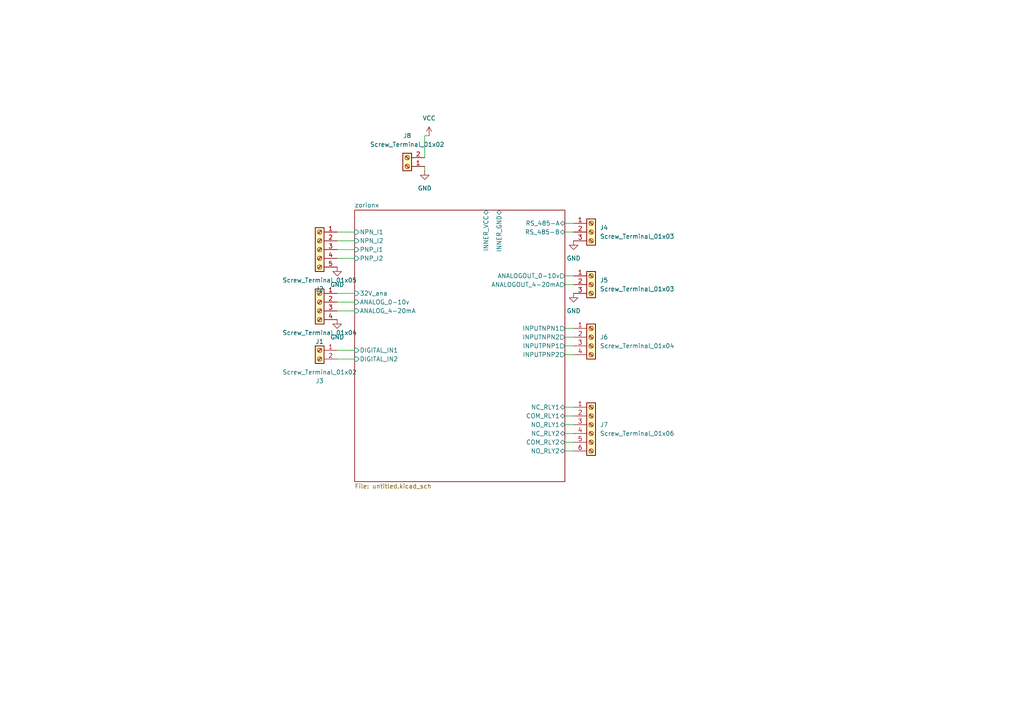
<source format=kicad_sch>
(kicad_sch (version 20250114) (generator "eeschema") (generator_version "9.0")
  (paper "A4")
  (lib_symbols
    (symbol "Connector:Screw_Terminal_01x02" (pin_names (offset 1.016) (hide yes))
      (property "Reference" "J" (at 0 2.54 0))
      (property "Value" "Screw_Terminal_01x02" (at 0 -5.08 0))
      (symbol "Screw_Terminal_01x02_1_1"
        (rectangle (start -1.27 1.27) (end 1.27 -3.81) (stroke (width 0.254)) (fill (type background)))
        (polyline (pts (xy -0.5334 0.3302) (xy 0.3302 -0.508)) (stroke (width 0.1524)))
        (polyline (pts (xy -0.5334 -2.2098) (xy 0.3302 -3.048)) (stroke (width 0.1524)))
        (polyline (pts (xy -0.3556 0.508) (xy 0.508 -0.3302)) (stroke (width 0.1524)))
        (polyline (pts (xy -0.3556 -2.032) (xy 0.508 -2.8702)) (stroke (width 0.1524)))
        (circle (center 0 0) (radius 0.635) (stroke (width 0.1524)))
        (circle (center 0 -2.54) (radius 0.635) (stroke (width 0.1524)))
        (pin passive line (at -5.08 0 0) (length 3.81) (name "Pin_1") (number "1"))
        (pin passive line (at -5.08 -2.54 0) (length 3.81) (name "Pin_2") (number "2"))
      )
    )
    (symbol "Connector:Screw_Terminal_01x03" (pin_names (offset 1.016) (hide yes))
      (property "Reference" "J" (at 0 5.08 0))
      (property "Value" "Screw_Terminal_01x03" (at 0 -5.08 0))
      (symbol "Screw_Terminal_01x03_1_1"
        (rectangle (start -1.27 3.81) (end 1.27 -3.81) (stroke (width 0.254)) (fill (type background)))
        (polyline (pts (xy -0.5334 2.8702) (xy 0.3302 2.032)) (stroke (width 0.1524)))
        (polyline (pts (xy -0.5334 0.3302) (xy 0.3302 -0.508)) (stroke (width 0.1524)))
        (polyline (pts (xy -0.5334 -2.2098) (xy 0.3302 -3.048)) (stroke (width 0.1524)))
        (polyline (pts (xy -0.3556 3.048) (xy 0.508 2.2098)) (stroke (width 0.1524)))
        (polyline (pts (xy -0.3556 0.508) (xy 0.508 -0.3302)) (stroke (width 0.1524)))
        (polyline (pts (xy -0.3556 -2.032) (xy 0.508 -2.8702)) (stroke (width 0.1524)))
        (circle (center 0 2.54) (radius 0.635) (stroke (width 0.1524)))
        (circle (center 0 0) (radius 0.635) (stroke (width 0.1524)))
        (circle (center 0 -2.54) (radius 0.635) (stroke (width 0.1524)))
        (pin passive line (at -5.08 2.54 0) (length 3.81) (name "Pin_1") (number "1"))
        (pin passive line (at -5.08 0 0) (length 3.81) (name "Pin_2") (number "2"))
        (pin passive line (at -5.08 -2.54 0) (length 3.81) (name "Pin_3") (number "3"))
      )
    )
    (symbol "Connector:Screw_Terminal_01x04" (pin_names (offset 1.016) (hide yes))
      (property "Reference" "J" (at 0 5.08 0))
      (property "Value" "Screw_Terminal_01x04" (at 0 -7.62 0))
      (symbol "Screw_Terminal_01x04_1_1"
        (rectangle (start -1.27 3.81) (end 1.27 -6.35) (stroke (width 0.254)) (fill (type background)))
        (polyline (pts (xy -0.5334 2.8702) (xy 0.3302 2.032)) (stroke (width 0.1524)))
        (polyline (pts (xy -0.5334 0.3302) (xy 0.3302 -0.508)) (stroke (width 0.1524)))
        (polyline (pts (xy -0.5334 -2.2098) (xy 0.3302 -3.048)) (stroke (width 0.1524)))
        (polyline (pts (xy -0.5334 -4.7498) (xy 0.3302 -5.588)) (stroke (width 0.1524)))
        (polyline (pts (xy -0.3556 3.048) (xy 0.508 2.2098)) (stroke (width 0.1524)))
        (polyline (pts (xy -0.3556 0.508) (xy 0.508 -0.3302)) (stroke (width 0.1524)))
        (polyline (pts (xy -0.3556 -2.032) (xy 0.508 -2.8702)) (stroke (width 0.1524)))
        (polyline (pts (xy -0.3556 -4.572) (xy 0.508 -5.4102)) (stroke (width 0.1524)))
        (circle (center 0 2.54) (radius 0.635) (stroke (width 0.1524)))
        (circle (center 0 0) (radius 0.635) (stroke (width 0.1524)))
        (circle (center 0 -2.54) (radius 0.635) (stroke (width 0.1524)))
        (circle (center 0 -5.08) (radius 0.635) (stroke (width 0.1524)))
        (pin passive line (at -5.08 2.54 0) (length 3.81) (name "Pin_1") (number "1"))
        (pin passive line (at -5.08 0 0) (length 3.81) (name "Pin_2") (number "2"))
        (pin passive line (at -5.08 -2.54 0) (length 3.81) (name "Pin_3") (number "3"))
        (pin passive line (at -5.08 -5.08 0) (length 3.81) (name "Pin_4") (number "4"))
      )
    )
    (symbol "Connector:Screw_Terminal_01x05" (pin_names (offset 1.016) (hide yes))
      (property "Reference" "J" (at 0 7.62 0))
      (property "Value" "Screw_Terminal_01x05" (at 0 -7.62 0))
      (symbol "Screw_Terminal_01x05_1_1"
        (rectangle (start -1.27 6.35) (end 1.27 -6.35) (stroke (width 0.254)) (fill (type background)))
        (polyline (pts (xy -0.5334 5.4102) (xy 0.3302 4.572)) (stroke (width 0.1524)))
        (polyline (pts (xy -0.5334 2.8702) (xy 0.3302 2.032)) (stroke (width 0.1524)))
        (polyline (pts (xy -0.5334 0.3302) (xy 0.3302 -0.508)) (stroke (width 0.1524)))
        (polyline (pts (xy -0.5334 -2.2098) (xy 0.3302 -3.048)) (stroke (width 0.1524)))
        (polyline (pts (xy -0.5334 -4.7498) (xy 0.3302 -5.588)) (stroke (width 0.1524)))
        (polyline (pts (xy -0.3556 5.588) (xy 0.508 4.7498)) (stroke (width 0.1524)))
        (polyline (pts (xy -0.3556 3.048) (xy 0.508 2.2098)) (stroke (width 0.1524)))
        (polyline (pts (xy -0.3556 0.508) (xy 0.508 -0.3302)) (stroke (width 0.1524)))
        (polyline (pts (xy -0.3556 -2.032) (xy 0.508 -2.8702)) (stroke (width 0.1524)))
        (polyline (pts (xy -0.3556 -4.572) (xy 0.508 -5.4102)) (stroke (width 0.1524)))
        (circle (center 0 5.08) (radius 0.635) (stroke (width 0.1524)))
        (circle (center 0 2.54) (radius 0.635) (stroke (width 0.1524)))
        (circle (center 0 0) (radius 0.635) (stroke (width 0.1524)))
        (circle (center 0 -2.54) (radius 0.635) (stroke (width 0.1524)))
        (circle (center 0 -5.08) (radius 0.635) (stroke (width 0.1524)))
        (pin passive line (at -5.08 5.08 0) (length 3.81) (name "Pin_1") (number "1"))
        (pin passive line (at -5.08 2.54 0) (length 3.81) (name "Pin_2") (number "2"))
        (pin passive line (at -5.08 0 0) (length 3.81) (name "Pin_3") (number "3"))
        (pin passive line (at -5.08 -2.54 0) (length 3.81) (name "Pin_4") (number "4"))
        (pin passive line (at -5.08 -5.08 0) (length 3.81) (name "Pin_5") (number "5"))
      )
    )
    (symbol "Connector:Screw_Terminal_01x06" (pin_names (offset 1.016) (hide yes))
      (property "Reference" "J" (at 0 7.62 0))
      (property "Value" "Screw_Terminal_01x06" (at 0 -10.16 0))
      (symbol "Screw_Terminal_01x06_1_1"
        (rectangle (start -1.27 6.35) (end 1.27 -8.89) (stroke (width 0.254)) (fill (type background)))
        (polyline (pts (xy -0.5334 5.4102) (xy 0.3302 4.572)) (stroke (width 0.1524)))
        (polyline (pts (xy -0.5334 2.8702) (xy 0.3302 2.032)) (stroke (width 0.1524)))
        (polyline (pts (xy -0.5334 0.3302) (xy 0.3302 -0.508)) (stroke (width 0.1524)))
        (polyline (pts (xy -0.5334 -2.2098) (xy 0.3302 -3.048)) (stroke (width 0.1524)))
        (polyline (pts (xy -0.5334 -4.7498) (xy 0.3302 -5.588)) (stroke (width 0.1524)))
        (polyline (pts (xy -0.5334 -7.2898) (xy 0.3302 -8.128)) (stroke (width 0.1524)))
        (polyline (pts (xy -0.3556 5.588) (xy 0.508 4.7498)) (stroke (width 0.1524)))
        (polyline (pts (xy -0.3556 3.048) (xy 0.508 2.2098)) (stroke (width 0.1524)))
        (polyline (pts (xy -0.3556 0.508) (xy 0.508 -0.3302)) (stroke (width 0.1524)))
        (polyline (pts (xy -0.3556 -2.032) (xy 0.508 -2.8702)) (stroke (width 0.1524)))
        (polyline (pts (xy -0.3556 -4.572) (xy 0.508 -5.4102)) (stroke (width 0.1524)))
        (polyline (pts (xy -0.3556 -7.112) (xy 0.508 -7.9502)) (stroke (width 0.1524)))
        (circle (center 0 5.08) (radius 0.635) (stroke (width 0.1524)))
        (circle (center 0 2.54) (radius 0.635) (stroke (width 0.1524)))
        (circle (center 0 0) (radius 0.635) (stroke (width 0.1524)))
        (circle (center 0 -2.54) (radius 0.635) (stroke (width 0.1524)))
        (circle (center 0 -5.08) (radius 0.635) (stroke (width 0.1524)))
        (circle (center 0 -7.62) (radius 0.635) (stroke (width 0.1524)))
        (pin passive line (at -5.08 5.08 0) (length 3.81) (name "Pin_1") (number "1"))
        (pin passive line (at -5.08 2.54 0) (length 3.81) (name "Pin_2") (number "2"))
        (pin passive line (at -5.08 0 0) (length 3.81) (name "Pin_3") (number "3"))
        (pin passive line (at -5.08 -2.54 0) (length 3.81) (name "Pin_4") (number "4"))
        (pin passive line (at -5.08 -5.08 0) (length 3.81) (name "Pin_5") (number "5"))
        (pin passive line (at -5.08 -7.62 0) (length 3.81) (name "Pin_6") (number "6"))
      )
    )
    (symbol "power:GND" (power) (pin_numbers (hide yes)) (pin_names (offset 0) (hide yes))
      (property "Value" "GND" (at 0 -3.81 0))
      (symbol "GND_0_1"
        (polyline (pts (xy 0 0) (xy 0 -1.27) (xy 1.27 -1.27) (xy 0 -2.54) (xy -1.27 -1.27) (xy 0 -1.27)))
      )
      (symbol "GND_1_1"
        (pin power_in line (at 0 0 270) (length 0) (name "~") (number "1"))
      )
    )
    (symbol "power:VCC" (power) (pin_numbers (hide yes)) (pin_names (offset 0) (hide yes))
      (property "Value" "VCC" (at 0 3.556 0))
      (symbol "VCC_0_1"
        (polyline (pts (xy -0.762 1.27) (xy 0 2.54)))
        (polyline (pts (xy 0 2.54) (xy 0.762 1.27)))
        (polyline (pts (xy 0 0) (xy 0 2.54)))
      )
      (symbol "VCC_1_1"
        (pin power_in line (at 0 0 90) (length 0) (name "~") (number "1"))
      )
    )
  )
  (wire (pts (xy 163.83 95.25) (xy 166.37 95.25)))
  (wire (pts (xy 163.83 64.77) (xy 166.37 64.77)))
  (wire (pts (xy 163.83 118.11) (xy 166.37 118.11)))
  (wire (pts (xy 97.79 67.31) (xy 102.87 67.31)))
  (wire (pts (xy 97.79 104.14) (xy 102.87 104.14)))
  (wire (pts (xy 97.79 90.17) (xy 102.87 90.17)))
  (wire (pts (xy 97.79 85.09) (xy 102.87 85.09)))
  (wire (pts (xy 163.83 120.65) (xy 166.37 120.65)))
  (wire (pts (xy 123.19 48.26) (xy 123.19 49.53)))
  (wire (pts (xy 97.79 72.39) (xy 102.87 72.39)))
  (wire (pts (xy 163.83 128.27) (xy 166.37 128.27)))
  (wire (pts (xy 163.83 82.55) (xy 166.37 82.55)))
  (wire (pts (xy 97.79 74.93) (xy 102.87 74.93)))
  (wire (pts (xy 163.83 100.33) (xy 166.37 100.33)))
  (wire (pts (xy 163.83 102.87) (xy 166.37 102.87)))
  (wire (pts (xy 163.83 130.81) (xy 166.37 130.81)))
  (wire (pts (xy 163.83 125.73) (xy 166.37 125.73)))
  (wire (pts (xy 163.83 67.31) (xy 166.37 67.31)))
  (wire (pts (xy 163.83 97.79) (xy 166.37 97.79)))
  (wire (pts (xy 163.83 80.01) (xy 166.37 80.01)))
  (wire (pts (xy 123.19 45.72) (xy 123.19 39.37)))
  (wire (pts (xy 97.79 69.85) (xy 102.87 69.85)))
  (wire (pts (xy 97.79 87.63) (xy 102.87 87.63)))
  (wire (pts (xy 123.19 39.37) (xy 124.46 39.37)))
  (wire (pts (xy 97.79 101.6) (xy 102.87 101.6)))
  (wire (pts (xy 163.83 123.19) (xy 166.37 123.19)))
  (symbol (lib_id "Connector:Screw_Terminal_01x02") (at 118.11 48.26 180) (unit 1)
    (property "Reference" "J8" (at 118.11 39.37 0))
    (property "Value" "Screw_Terminal_01x02" (at 118.11 41.91 0))
    (property "Description" "Generic screw terminal, single row, 01x02, script generated (kicad-library-utils/schlib/autogen/connector/)" (effects (hide yes)))
  )
  (symbol (lib_id "Connector:Screw_Terminal_01x03") (at 171.45 67.31 0) (unit 1)
    (property "Reference" "J4" (at 173.99 66.0399 0) (effects (justify left)))
    (property "Value" "Screw_Terminal_01x03" (at 173.99 68.5799 0) (effects (justify left)))
    (property "Description" "Generic screw terminal, single row, 01x03, script generated (kicad-library-utils/schlib/autogen/connector/)" (effects (hide yes)))
  )
  (symbol (lib_id "Connector:Screw_Terminal_01x06") (at 171.45 123.19 0) (unit 1)
    (property "Reference" "J7" (at 173.99 123.1899 0) (effects (justify left)))
    (property "Value" "Screw_Terminal_01x06" (at 173.99 125.7299 0) (effects (justify left)))
    (property "Description" "Generic screw terminal, single row, 01x06, script generated (kicad-library-utils/schlib/autogen/connector/)" (effects (hide yes)))
  )
  (symbol (lib_id "Connector:Screw_Terminal_01x03") (at 171.45 82.55 0) (unit 1)
    (property "Reference" "J5" (at 173.99 81.2799 0) (effects (justify left)))
    (property "Value" "Screw_Terminal_01x03" (at 173.99 83.8199 0) (effects (justify left)))
    (property "Description" "Generic screw terminal, single row, 01x03, script generated (kicad-library-utils/schlib/autogen/connector/)" (effects (hide yes)))
  )
  (symbol (lib_id "power:VCC") (at 124.46 39.37 0) (unit 1)
    (property "Reference" "#PWR01" (effects (hide yes)))
    (property "Value" "VCC" (at 124.46 34.29 0))
    (property "Description" "Power symbol creates a global label with name \"VCC\"" (effects (hide yes)))
  )
  (symbol (lib_id "Connector:Screw_Terminal_01x05") (at 92.71 72.39 0) (mirror y) (unit 1)
    (property "Reference" "J2" (at 92.71 83.82 0))
    (property "Value" "Screw_Terminal_01x05" (at 92.71 81.28 0))
    (property "Description" "Generic screw terminal, single row, 01x05, script generated (kicad-library-utils/schlib/autogen/connector/)" (effects (hide yes)))
  )
  (symbol (lib_id "Connector:Screw_Terminal_01x04") (at 171.45 97.79 0) (unit 1)
    (property "Reference" "J6" (at 173.99 97.7899 0) (effects (justify left)))
    (property "Value" "Screw_Terminal_01x04" (at 173.99 100.3299 0) (effects (justify left)))
    (property "Description" "Generic screw terminal, single row, 01x04, script generated (kicad-library-utils/schlib/autogen/connector/)" (effects (hide yes)))
  )
  (symbol (lib_id "power:GND") (at 97.79 77.47 0) (unit 1)
    (property "Reference" "#PWR03" (effects (hide yes)))
    (property "Value" "GND" (at 97.79 82.55 0))
    (property "Description" "Power symbol creates a global label with name \"GND\" , ground" (effects (hide yes)))
  )
  (symbol (lib_id "Connector:Screw_Terminal_01x04") (at 92.71 87.63 0) (mirror y) (unit 1)
    (property "Reference" "J1" (at 92.71 99.06 0))
    (property "Value" "Screw_Terminal_01x04" (at 92.71 96.52 0))
    (property "Description" "Generic screw terminal, single row, 01x04, script generated (kicad-library-utils/schlib/autogen/connector/)" (effects (hide yes)))
  )
  (symbol (lib_id "power:GND") (at 166.37 69.85 0) (unit 1)
    (property "Reference" "#PWR05" (effects (hide yes)))
    (property "Value" "GND" (at 166.37 74.93 0))
    (property "Description" "Power symbol creates a global label with name \"GND\" , ground" (effects (hide yes)))
  )
  (symbol (lib_id "power:GND") (at 97.79 92.71 0) (unit 1)
    (property "Reference" "#PWR04" (effects (hide yes)))
    (property "Value" "GND" (at 97.79 97.79 0))
    (property "Description" "Power symbol creates a global label with name \"GND\" , ground" (effects (hide yes)))
  )
  (symbol (lib_id "Connector:Screw_Terminal_01x02") (at 92.71 101.6 0) (mirror y) (unit 1)
    (property "Reference" "J3" (at 92.71 110.49 0))
    (property "Value" "Screw_Terminal_01x02" (at 92.71 107.95 0))
    (property "Description" "Generic screw terminal, single row, 01x02, script generated (kicad-library-utils/schlib/autogen/connector/)" (effects (hide yes)))
  )
  (symbol (lib_id "power:GND") (at 166.37 85.09 0) (unit 1)
    (property "Reference" "#PWR06" (effects (hide yes)))
    (property "Value" "GND" (at 166.37 90.17 0))
    (property "Description" "Power symbol creates a global label with name \"GND\" , ground" (effects (hide yes)))
  )
  (symbol (lib_id "power:GND") (at 123.19 49.53 0) (unit 1)
    (property "Reference" "#PWR02" (effects (hide yes)))
    (property "Value" "GND" (at 123.19 54.61 0))
    (property "Description" "Power symbol creates a global label with name \"GND\" , ground" (effects (hide yes)))
  )
  (sheet (at 102.87 60.96) (size 60.96 78.74) (stroke (width 0.1524))
    (property "Sheetname" "zorionx" (at 102.87 60.2484 0) (effects (justify left bottom)))
    (property "Sheetfile" "untitled.kicad_sch" (at 102.87 140.2846 0) (effects (justify left top)))
    (pin "ANALOGOUT_0-10v" output (at 163.83 80.01 0))
    (pin "ANALOGOUT_4-20mA" output (at 163.83 82.55 0))
    (pin "ANALOG_0-10v" input (at 102.87 87.63 180))
    (pin "32V_ana" input (at 102.87 85.09 180))
    (pin "ANALOG_4-20mA" input (at 102.87 90.17 180))
    (pin "COM_RLY1" bidirectional (at 163.83 120.65 0))
    (pin "COM_RLY2" bidirectional (at 163.83 128.27 0))
    (pin "DIGITAL_IN1" input (at 102.87 101.6 180))
    (pin "DIGITAL_IN2" input (at 102.87 104.14 180))
    (pin "NC_RLY1" bidirectional (at 163.83 118.11 0))
    (pin "NC_RLY2" bidirectional (at 163.83 125.73 0))
    (pin "NO_RLY1" bidirectional (at 163.83 123.19 0))
    (pin "NO_RLY2" bidirectional (at 163.83 130.81 0))
    (pin "NPN_I1" input (at 102.87 67.31 180))
    (pin "NPN_I2" input (at 102.87 69.85 180))
    (pin "INPUTNPN1" output (at 163.83 95.25 0))
    (pin "INPUTNPN2" output (at 163.83 97.79 0))
    (pin "PNP_I1" input (at 102.87 72.39 180))
    (pin "PNP_I2" input (at 102.87 74.93 180))
    (pin "INPUTPNP1" output (at 163.83 100.33 0))
    (pin "INPUTPNP2" output (at 163.83 102.87 0))
    (pin "RS_485-A" bidirectional (at 163.83 64.77 0))
    (pin "RS_485-B" bidirectional (at 163.83 67.31 0))
    (pin "INNER_GND" bidirectional (at 144.78 60.96 90))
    (pin "INNER_VCC" bidirectional (at 140.97 60.96 90))
  )
)
</source>
